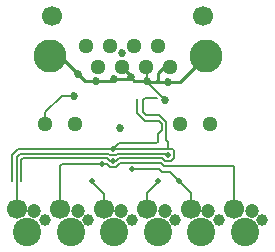
<source format=gbr>
G04 start of page 2 for group 0 idx 0 *
G04 Title: (unknown), P1_W1 *
G04 Creator: pcb 4.2.0 *
G04 CreationDate: Mon Aug 31 02:34:49 2020 UTC *
G04 For: commonadmin *
G04 Format: Gerber/RS-274X *
G04 PCB-Dimensions (mil): 1000.00 1100.00 *
G04 PCB-Coordinate-Origin: lower left *
%MOIN*%
%FSLAX25Y25*%
%LNTOP*%
%ADD26C,0.0354*%
%ADD25C,0.0197*%
%ADD24C,0.0295*%
%ADD23C,0.0492*%
%ADD22C,0.0787*%
%ADD21C,0.0130*%
%ADD20C,0.0200*%
%ADD19C,0.0270*%
%ADD18C,0.0512*%
%ADD17C,0.1102*%
%ADD16C,0.0394*%
%ADD15C,0.0472*%
%ADD14C,0.0669*%
%ADD13C,0.0945*%
%ADD12C,0.0060*%
%ADD11C,0.0100*%
G54D11*X39500Y62500D02*X44500D01*
X38900Y61900D02*X39500Y62500D01*
X29600Y61900D02*X38900D01*
X21500Y70000D02*X29600Y61900D01*
X18031Y70000D02*X21500D01*
G54D12*X16400Y47576D02*X16457Y47520D01*
X16400Y51300D02*Y47576D01*
X22000Y56900D02*X16400Y51300D01*
X22000Y56900D02*X26200D01*
G54D11*X45000Y63465D02*X42008Y66457D01*
X50800Y61500D02*X61500D01*
G54D12*X50500D02*X56500Y55500D01*
G54D11*X58071Y66457D02*X55957D01*
X54000Y64500D01*
Y62000D01*
X53500Y61500D01*
X61500D02*X70000Y70000D01*
X45000Y63000D02*X46200Y61800D01*
X44500Y62500D02*X45000Y63000D01*
Y63465D01*
X50800Y61500D02*X50500Y61800D01*
G54D12*Y65996D02*X50039Y66457D01*
X50500Y65996D02*Y61500D01*
G54D11*X46200Y61800D02*X50500D01*
G54D12*X41000Y36000D02*X55500D01*
X41000Y41000D02*X39000Y39000D01*
X53500Y41000D02*X41000D01*
X37000Y36000D02*X9000D01*
X8500Y35500D01*
Y28500D01*
X5500Y37000D02*Y28500D01*
X59000Y39000D02*X7500D01*
X5500Y37000D01*
X55500Y45500D02*Y47500D01*
X54400Y48600D01*
X49600D01*
X56750Y48250D02*X54500Y50500D01*
X55500Y36000D02*X56500Y35000D01*
X58500D01*
X59500Y36000D01*
Y38500D02*Y36000D01*
X54000Y44000D02*X55500Y45500D01*
X54000Y44000D02*Y41500D01*
X59000Y39000D02*X59500Y38500D01*
X57500Y39000D02*Y41500D01*
X56750Y42250D01*
Y48250D01*
X54000Y41500D02*X53500Y41000D01*
X64957Y18980D02*Y24543D01*
X58000Y31500D01*
X49600Y48600D02*X47200Y51000D01*
Y55600D01*
X50000Y50500D02*X49000Y51500D01*
X54500Y50500D02*X50000D01*
X47200Y55600D02*X47500Y55900D01*
X49000Y51500D02*Y55500D01*
X49600Y56100D01*
X53700D01*
X39000Y35000D02*X40000D01*
X41000Y36000D01*
X38000Y35000D02*X40000D01*
X38000D02*X37000Y36000D01*
X45500Y32500D02*X54500D01*
X55500Y31500D01*
X58000D01*
X54000Y28500D02*Y28000D01*
X50500Y24500D01*
Y19024D01*
X50457Y18980D01*
X32000Y28500D02*Y28000D01*
X35957Y18980D02*Y24043D01*
X32000Y28000D02*X35957Y24043D01*
X37000Y34000D02*X38000Y33000D01*
X40000D01*
X41500Y34500D01*
X22000Y34000D02*X21500Y33500D01*
Y19024D01*
X21457Y18980D01*
X22000Y34000D02*X37000D01*
X32000Y28500D02*Y28000D01*
X41500Y34500D02*X55000D01*
X56000Y33500D01*
X79000D01*
X79500Y33000D01*
Y19024D01*
X79457Y18980D01*
X6957D02*Y36457D01*
X8000Y37500D01*
X37500D01*
X57500Y37000D02*X57000Y37500D01*
X40500D01*
X40000Y37000D01*
X38000D02*X37500Y37500D01*
X40000Y37000D02*X38000D01*
G54D13*X10500Y11500D03*
G54D14*X6957Y18980D03*
G54D15*X12862Y18587D03*
G54D16*X16406Y15437D03*
G54D13*X25000Y11500D03*
G54D14*X21457Y18980D03*
G54D16*X30906Y15437D03*
G54D14*X18819Y83504D03*
G54D17*X18031Y70000D03*
G54D18*X46024Y73543D03*
X37992D03*
X29961D03*
X61535Y47520D03*
X71575D03*
G54D14*X69213Y83504D03*
G54D17*X70000Y70000D03*
G54D18*X54055Y73543D03*
X42008Y66457D03*
X33976D03*
X16457Y47520D03*
X26496D03*
X50039Y66457D03*
X58071D03*
G54D15*X27362Y18587D03*
G54D14*X35957Y18980D03*
G54D15*X41862Y18587D03*
G54D13*X39500Y11500D03*
G54D16*X45406Y15437D03*
G54D13*X54000Y11500D03*
G54D16*X59906Y15437D03*
G54D13*X68500Y11500D03*
G54D14*X50457Y18980D03*
G54D15*X56362Y18587D03*
G54D14*X64957Y18980D03*
G54D15*X70862Y18587D03*
G54D16*X74406Y15437D03*
G54D13*X83000Y11500D03*
G54D16*X88906Y15437D03*
G54D14*X79457Y18980D03*
G54D15*X85362Y18587D03*
G54D19*X41500Y46000D03*
X56500Y55500D03*
X57500Y61500D03*
X45000Y63000D03*
X50500Y61800D03*
X26200Y56900D03*
X27500Y64000D03*
X33300Y61900D03*
X39500Y62500D03*
X42100Y71100D03*
G54D20*X54000Y28500D03*
X32000D03*
X61000D03*
X57500Y37000D03*
X39000Y35000D03*
Y39000D03*
X35500Y34000D03*
X45500Y32500D03*
G54D21*G54D11*G54D22*G54D23*G54D24*G54D25*G54D22*G54D23*G54D25*G54D18*G54D13*G54D26*G54D18*G54D13*G54D26*G54D24*G54D23*G54D24*G54D22*G54D25*G54D22*G54D25*G54D22*G54D23*G54D24*G54D23*G54D24*G54D25*G54D22*G54D25*G54D23*G54D24*M02*

</source>
